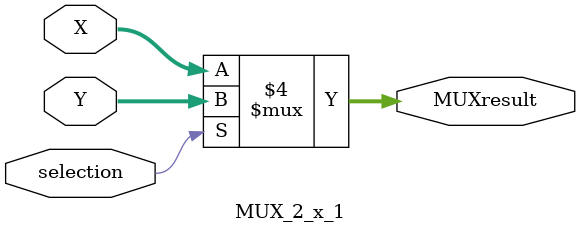
<source format=v>
module MUX_2_x_1(MUXresult,X,Y,selection);
input [3:0] X;//the 4 bit bianry number.
input [3:0] Y;// the 9's complement of the binary number.
input selection;

output [3:0] MUXresult;
reg [3:0]  MUXresult;

always @(X or Y or selection)
if (selection == 1)
	MUXresult = Y;//Subtract case
else
	MUXresult = X;//Add case
endmodule 

</source>
